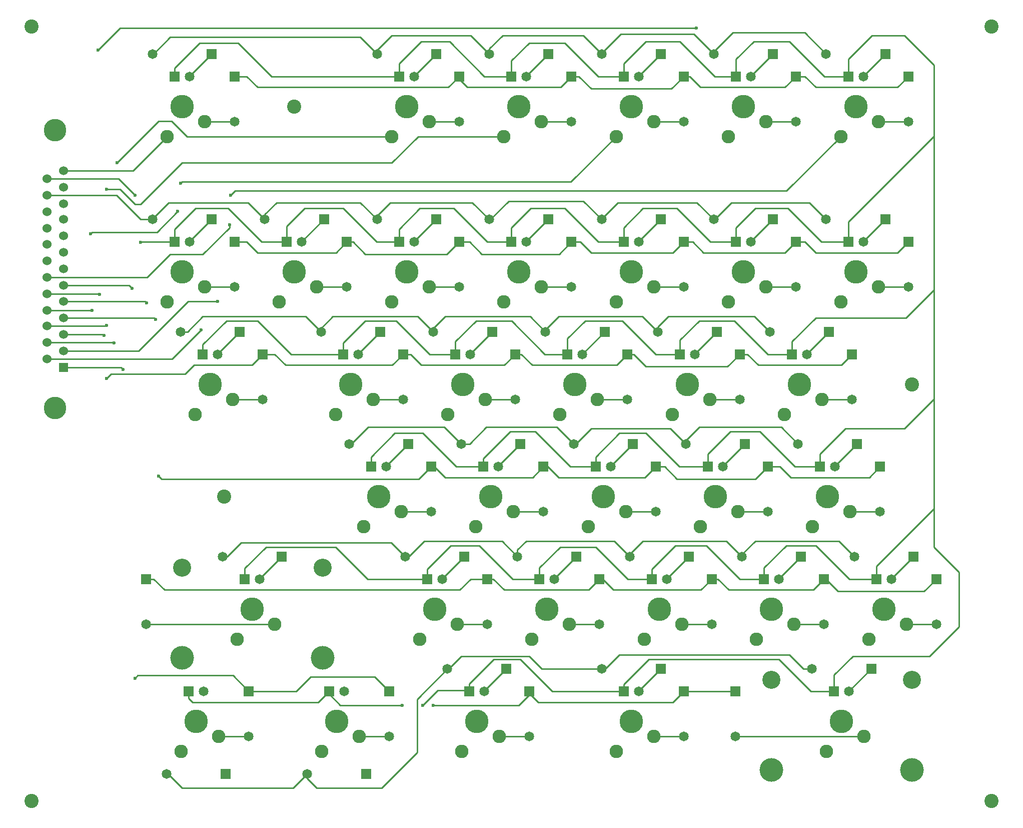
<source format=gbr>
G04 #@! TF.FileFunction,Copper,L1,Top,Signal*
%FSLAX46Y46*%
G04 Gerber Fmt 4.6, Leading zero omitted, Abs format (unit mm)*
G04 Created by KiCad (PCBNEW 4.0.7) date 01/13/18 22:59:49*
%MOMM*%
%LPD*%
G01*
G04 APERTURE LIST*
%ADD10C,0.100000*%
%ADD11C,3.810000*%
%ADD12R,1.524000X1.524000*%
%ADD13C,1.524000*%
%ADD14C,2.286000*%
%ADD15C,3.987800*%
%ADD16C,1.651000*%
%ADD17R,1.651000X1.651000*%
%ADD18C,4.000000*%
%ADD19C,3.050000*%
%ADD20C,2.400000*%
%ADD21C,0.600000*%
%ADD22C,0.250000*%
G04 APERTURE END LIST*
D10*
D11*
X7500000Y-21005000D03*
X7500000Y-67995000D03*
D12*
X8897000Y-61137000D03*
D13*
X8897000Y-58343000D03*
X8897000Y-55549000D03*
X8897000Y-52755000D03*
X8897000Y-49961000D03*
X8897000Y-47294000D03*
X8897000Y-44500000D03*
X8897000Y-41706000D03*
X8897000Y-38912000D03*
X8897000Y-36118000D03*
X8897000Y-33451000D03*
X8897000Y-30657000D03*
X8897000Y-27863000D03*
X6103000Y-59740000D03*
X6103000Y-56946000D03*
X6103000Y-54152000D03*
X6103000Y-51485000D03*
X6103000Y-48691000D03*
X6103000Y-45897000D03*
X6103000Y-43103000D03*
X6103000Y-40309000D03*
X6103000Y-37642000D03*
X6103000Y-34848000D03*
X6103000Y-32054000D03*
X6103000Y-29260000D03*
D14*
X26460000Y-22080000D03*
X32810000Y-19540000D03*
D15*
X29000000Y-17000000D03*
D16*
X37890000Y-19540000D03*
D17*
X37890000Y-11920000D03*
D16*
X30270000Y-11920000D03*
D17*
X27730000Y-11920000D03*
X34000000Y-8110000D03*
D16*
X24000000Y-8110000D03*
D14*
X64460000Y-22080000D03*
X70810000Y-19540000D03*
D15*
X67000000Y-17000000D03*
D16*
X75890000Y-19540000D03*
D17*
X75890000Y-11920000D03*
D16*
X68270000Y-11920000D03*
D17*
X65730000Y-11920000D03*
X72000000Y-8110000D03*
D16*
X62000000Y-8110000D03*
D14*
X83460000Y-22080000D03*
X89810000Y-19540000D03*
D15*
X86000000Y-17000000D03*
D16*
X94890000Y-19540000D03*
D17*
X94890000Y-11920000D03*
D16*
X87270000Y-11920000D03*
D17*
X84730000Y-11920000D03*
X91000000Y-8110000D03*
D16*
X81000000Y-8110000D03*
D14*
X102460000Y-22080000D03*
X108810000Y-19540000D03*
D15*
X105000000Y-17000000D03*
D16*
X113890000Y-19540000D03*
D17*
X113890000Y-11920000D03*
D16*
X106270000Y-11920000D03*
D17*
X103730000Y-11920000D03*
X110000000Y-8110000D03*
D16*
X100000000Y-8110000D03*
D14*
X121460000Y-22080000D03*
X127810000Y-19540000D03*
D15*
X124000000Y-17000000D03*
D16*
X132890000Y-19540000D03*
D17*
X132890000Y-11920000D03*
D16*
X125270000Y-11920000D03*
D17*
X122730000Y-11920000D03*
X129000000Y-8110000D03*
D16*
X119000000Y-8110000D03*
D14*
X140460000Y-22080000D03*
X146810000Y-19540000D03*
D15*
X143000000Y-17000000D03*
D16*
X151890000Y-19540000D03*
D17*
X151890000Y-11920000D03*
D16*
X144270000Y-11920000D03*
D17*
X141730000Y-11920000D03*
X148000000Y-8110000D03*
D16*
X138000000Y-8110000D03*
D14*
X45460000Y-50080000D03*
X51810000Y-47540000D03*
D15*
X48000000Y-45000000D03*
D16*
X56890000Y-47540000D03*
D17*
X56890000Y-39920000D03*
D16*
X49270000Y-39920000D03*
D17*
X46730000Y-39920000D03*
X53000000Y-36110000D03*
D16*
X43000000Y-36110000D03*
D14*
X64460000Y-50080000D03*
X70810000Y-47540000D03*
D15*
X67000000Y-45000000D03*
D16*
X75890000Y-47540000D03*
D17*
X75890000Y-39920000D03*
D16*
X68270000Y-39920000D03*
D17*
X65730000Y-39920000D03*
X72000000Y-36110000D03*
D16*
X62000000Y-36110000D03*
D14*
X83460000Y-50080000D03*
X89810000Y-47540000D03*
D15*
X86000000Y-45000000D03*
D16*
X94890000Y-47540000D03*
D17*
X94890000Y-39920000D03*
D16*
X87270000Y-39920000D03*
D17*
X84730000Y-39920000D03*
X91000000Y-36110000D03*
D16*
X81000000Y-36110000D03*
D14*
X102460000Y-50080000D03*
X108810000Y-47540000D03*
D15*
X105000000Y-45000000D03*
D16*
X113890000Y-47540000D03*
D17*
X113890000Y-39920000D03*
D16*
X106270000Y-39920000D03*
D17*
X103730000Y-39920000D03*
X110000000Y-36110000D03*
D16*
X100000000Y-36110000D03*
D14*
X121460000Y-50080000D03*
X127810000Y-47540000D03*
D15*
X124000000Y-45000000D03*
D16*
X132890000Y-47540000D03*
D17*
X132890000Y-39920000D03*
D16*
X125270000Y-39920000D03*
D17*
X122730000Y-39920000D03*
X129000000Y-36110000D03*
D16*
X119000000Y-36110000D03*
D14*
X140460000Y-50080000D03*
X146810000Y-47540000D03*
D15*
X143000000Y-45000000D03*
D16*
X151890000Y-47540000D03*
D17*
X151890000Y-39920000D03*
D16*
X144270000Y-39920000D03*
D17*
X141730000Y-39920000D03*
X148000000Y-36110000D03*
D16*
X138000000Y-36110000D03*
D14*
X59710000Y-88080000D03*
X66060000Y-85540000D03*
D15*
X62250000Y-83000000D03*
D16*
X71140000Y-85540000D03*
D17*
X71140000Y-77920000D03*
D16*
X63520000Y-77920000D03*
D17*
X60980000Y-77920000D03*
X67250000Y-74110000D03*
D16*
X57250000Y-74110000D03*
D14*
X145210000Y-107080000D03*
X151560000Y-104540000D03*
D15*
X147750000Y-102000000D03*
D16*
X156640000Y-104540000D03*
D17*
X156640000Y-96920000D03*
D16*
X149020000Y-96920000D03*
D17*
X146480000Y-96920000D03*
X152750000Y-93110000D03*
D16*
X142750000Y-93110000D03*
D14*
X107210000Y-107080000D03*
X113560000Y-104540000D03*
D15*
X109750000Y-102000000D03*
D16*
X118640000Y-104540000D03*
D17*
X118640000Y-96920000D03*
D16*
X111020000Y-96920000D03*
D17*
X108480000Y-96920000D03*
X114750000Y-93110000D03*
D16*
X104750000Y-93110000D03*
D14*
X97710000Y-88080000D03*
X104060000Y-85540000D03*
D15*
X100250000Y-83000000D03*
D16*
X109140000Y-85540000D03*
D17*
X109140000Y-77920000D03*
D16*
X101520000Y-77920000D03*
D17*
X98980000Y-77920000D03*
X105250000Y-74110000D03*
D16*
X95250000Y-74110000D03*
D14*
X92960000Y-69080000D03*
X99310000Y-66540000D03*
D15*
X95500000Y-64000000D03*
D16*
X104390000Y-66540000D03*
D17*
X104390000Y-58920000D03*
D16*
X96770000Y-58920000D03*
D17*
X94230000Y-58920000D03*
X100500000Y-55110000D03*
D16*
X90500000Y-55110000D03*
D14*
X116710000Y-88080000D03*
X123060000Y-85540000D03*
D15*
X119250000Y-83000000D03*
D16*
X128140000Y-85540000D03*
D17*
X128140000Y-77920000D03*
D16*
X120520000Y-77920000D03*
D17*
X117980000Y-77920000D03*
X124250000Y-74110000D03*
D16*
X114250000Y-74110000D03*
D14*
X135710000Y-88080000D03*
X142060000Y-85540000D03*
D15*
X138250000Y-83000000D03*
D16*
X147140000Y-85540000D03*
D17*
X147140000Y-77920000D03*
D16*
X139520000Y-77920000D03*
D17*
X136980000Y-77920000D03*
X143250000Y-74110000D03*
D16*
X133250000Y-74110000D03*
D14*
X54960000Y-69080000D03*
X61310000Y-66540000D03*
D15*
X57500000Y-64000000D03*
D16*
X66390000Y-66540000D03*
D17*
X66390000Y-58920000D03*
D16*
X58770000Y-58920000D03*
D17*
X56230000Y-58920000D03*
X62500000Y-55110000D03*
D16*
X52500000Y-55110000D03*
D14*
X111960000Y-69080000D03*
X118310000Y-66540000D03*
D15*
X114500000Y-64000000D03*
D16*
X123390000Y-66540000D03*
D17*
X123390000Y-58920000D03*
D16*
X115770000Y-58920000D03*
D17*
X113230000Y-58920000D03*
X119500000Y-55110000D03*
D16*
X109500000Y-55110000D03*
D14*
X78710000Y-88080000D03*
X85060000Y-85540000D03*
D15*
X81250000Y-83000000D03*
D16*
X90140000Y-85540000D03*
D17*
X90140000Y-77920000D03*
D16*
X82520000Y-77920000D03*
D17*
X79980000Y-77920000D03*
X86250000Y-74110000D03*
D16*
X76250000Y-74110000D03*
D14*
X130960000Y-69080000D03*
X137310000Y-66540000D03*
D15*
X133500000Y-64000000D03*
D16*
X142390000Y-66540000D03*
D17*
X142390000Y-58920000D03*
D16*
X134770000Y-58920000D03*
D17*
X132230000Y-58920000D03*
X138500000Y-55110000D03*
D16*
X128500000Y-55110000D03*
D14*
X126210000Y-107080000D03*
X132560000Y-104540000D03*
D15*
X128750000Y-102000000D03*
D16*
X137640000Y-104540000D03*
D17*
X137640000Y-96920000D03*
D16*
X130020000Y-96920000D03*
D17*
X127480000Y-96920000D03*
X133750000Y-93110000D03*
D16*
X123750000Y-93110000D03*
D14*
X73960000Y-69080000D03*
X80310000Y-66540000D03*
D15*
X76500000Y-64000000D03*
D16*
X85390000Y-66540000D03*
D17*
X85390000Y-58920000D03*
D16*
X77770000Y-58920000D03*
D17*
X75230000Y-58920000D03*
X81500000Y-55110000D03*
D16*
X71500000Y-55110000D03*
D14*
X88210000Y-107080000D03*
X94560000Y-104540000D03*
D15*
X90750000Y-102000000D03*
D16*
X99640000Y-104540000D03*
D17*
X99640000Y-96920000D03*
D16*
X92020000Y-96920000D03*
D17*
X89480000Y-96920000D03*
X95750000Y-93110000D03*
D16*
X85750000Y-93110000D03*
D14*
X69210000Y-107080000D03*
X75560000Y-104540000D03*
D15*
X71750000Y-102000000D03*
D16*
X80640000Y-104540000D03*
D17*
X80640000Y-96920000D03*
D16*
X73020000Y-96920000D03*
D17*
X70480000Y-96920000D03*
X76750000Y-93110000D03*
D16*
X66750000Y-93110000D03*
D14*
X76335000Y-126080000D03*
X82685000Y-123540000D03*
D15*
X78875000Y-121000000D03*
D16*
X87765000Y-123540000D03*
D17*
X87765000Y-115920000D03*
D16*
X80145000Y-115920000D03*
D17*
X77605000Y-115920000D03*
X83875000Y-112110000D03*
D16*
X73875000Y-112110000D03*
D14*
X28835000Y-126080000D03*
X35185000Y-123540000D03*
D15*
X31375000Y-121000000D03*
D16*
X40265000Y-123540000D03*
D17*
X40265000Y-115920000D03*
D16*
X32645000Y-115920000D03*
D17*
X30105000Y-115920000D03*
X36375000Y-129890000D03*
D16*
X26375000Y-129890000D03*
D14*
X102460000Y-126080000D03*
X108810000Y-123540000D03*
D15*
X105000000Y-121000000D03*
D16*
X113890000Y-123540000D03*
D17*
X113890000Y-115920000D03*
D16*
X106270000Y-115920000D03*
D17*
X103730000Y-115920000D03*
X110000000Y-112110000D03*
D16*
X100000000Y-112110000D03*
D14*
X38335000Y-107080000D03*
X44685000Y-104540000D03*
D15*
X40875000Y-102000000D03*
D16*
X22875000Y-104540000D03*
D17*
X22875000Y-96920000D03*
D16*
X42145000Y-96920000D03*
D17*
X39605000Y-96920000D03*
X45875000Y-93110000D03*
D16*
X35875000Y-93110000D03*
D18*
X52775000Y-110240000D03*
D19*
X52775000Y-95000000D03*
D18*
X28975000Y-110240000D03*
D19*
X28975000Y-95000000D03*
D14*
X138085000Y-126080000D03*
X144435000Y-123540000D03*
D15*
X140625000Y-121000000D03*
D16*
X122625000Y-123540000D03*
D17*
X122625000Y-115920000D03*
D16*
X141895000Y-115920000D03*
D17*
X139355000Y-115920000D03*
X145625000Y-112110000D03*
D16*
X135625000Y-112110000D03*
D18*
X152525000Y-129240000D03*
D19*
X152525000Y-114000000D03*
D18*
X128725000Y-129240000D03*
D19*
X128725000Y-114000000D03*
D14*
X52585000Y-126080000D03*
X58935000Y-123540000D03*
D15*
X55125000Y-121000000D03*
D16*
X64015000Y-123540000D03*
D17*
X64015000Y-115920000D03*
D16*
X56395000Y-115920000D03*
D17*
X53855000Y-115920000D03*
X60125000Y-129890000D03*
D16*
X50125000Y-129890000D03*
D14*
X31210000Y-69080000D03*
X37560000Y-66540000D03*
D15*
X33750000Y-64000000D03*
D16*
X42640000Y-66540000D03*
D17*
X42640000Y-58920000D03*
D16*
X35020000Y-58920000D03*
D17*
X32480000Y-58920000D03*
X38750000Y-55110000D03*
D16*
X28750000Y-55110000D03*
D14*
X26460000Y-50080000D03*
X32810000Y-47540000D03*
D15*
X29000000Y-45000000D03*
D16*
X37890000Y-47540000D03*
D17*
X37890000Y-39920000D03*
D16*
X30270000Y-39920000D03*
D17*
X27730000Y-39920000D03*
X34000000Y-36110000D03*
D16*
X24000000Y-36110000D03*
D20*
X3500000Y-3500000D03*
X166000000Y-134500000D03*
X3500000Y-134500000D03*
X166000000Y-3500000D03*
X152500000Y-64000000D03*
X48000000Y-17000000D03*
X36125000Y-83000000D03*
D21*
X19000000Y-61500000D03*
X35000000Y-50000000D03*
X16250000Y-63000000D03*
X15750000Y-55750000D03*
X25000000Y-79500000D03*
X24500000Y-53000000D03*
X23000000Y-50250000D03*
X21000000Y-113750000D03*
X20500000Y-47750000D03*
X71500000Y-118250000D03*
X32250000Y-54750000D03*
X17500000Y-57000000D03*
X18000000Y-26500000D03*
X16250000Y-54000000D03*
X16250000Y-31000000D03*
X28750000Y-30000000D03*
X28250000Y-34750000D03*
X13500000Y-38500000D03*
X13750000Y-51500000D03*
X116000000Y-3750000D03*
X14750000Y-7500000D03*
X15000000Y-48750000D03*
X37250000Y-32000000D03*
X37000000Y-37000000D03*
X22000000Y-40000000D03*
X21000000Y-32000000D03*
X66250000Y-118250000D03*
X69750000Y-118250000D03*
D22*
X8897000Y-61137000D02*
X18637000Y-61137000D01*
X18637000Y-61137000D02*
X19000000Y-61500000D01*
X132890000Y-11920000D02*
X134420000Y-11920000D01*
X150060000Y-13750000D02*
X151890000Y-11920000D01*
X136250000Y-13750000D02*
X150060000Y-13750000D01*
X134420000Y-11920000D02*
X136250000Y-13750000D01*
X113890000Y-11920000D02*
X114920000Y-11920000D01*
X131060000Y-13750000D02*
X132890000Y-11920000D01*
X116750000Y-13750000D02*
X131060000Y-13750000D01*
X114920000Y-11920000D02*
X116750000Y-13750000D01*
X94890000Y-11920000D02*
X96170000Y-11920000D01*
X111810000Y-14000000D02*
X113890000Y-11920000D01*
X98250000Y-14000000D02*
X111810000Y-14000000D01*
X96170000Y-11920000D02*
X98250000Y-14000000D01*
X75890000Y-11920000D02*
X75890000Y-12390000D01*
X75890000Y-12390000D02*
X77250000Y-13750000D01*
X93060000Y-13750000D02*
X94890000Y-11920000D01*
X77250000Y-13750000D02*
X93060000Y-13750000D01*
X37890000Y-11920000D02*
X39920000Y-11920000D01*
X74060000Y-13750000D02*
X75890000Y-11920000D01*
X41750000Y-13750000D02*
X74060000Y-13750000D01*
X39920000Y-11920000D02*
X41750000Y-13750000D01*
X8897000Y-58343000D02*
X21657000Y-58343000D01*
X30000000Y-50000000D02*
X35000000Y-50000000D01*
X21657000Y-58343000D02*
X30000000Y-50000000D01*
X132890000Y-39920000D02*
X134420000Y-39920000D01*
X150060000Y-41750000D02*
X151890000Y-39920000D01*
X136250000Y-41750000D02*
X150060000Y-41750000D01*
X134420000Y-39920000D02*
X136250000Y-41750000D01*
X113890000Y-39920000D02*
X115420000Y-39920000D01*
X131060000Y-41750000D02*
X132890000Y-39920000D01*
X117250000Y-41750000D02*
X131060000Y-41750000D01*
X115420000Y-39920000D02*
X117250000Y-41750000D01*
X94890000Y-39920000D02*
X96420000Y-39920000D01*
X112060000Y-41750000D02*
X113890000Y-39920000D01*
X98250000Y-41750000D02*
X112060000Y-41750000D01*
X96420000Y-39920000D02*
X98250000Y-41750000D01*
X75890000Y-39920000D02*
X77670000Y-39920000D01*
X92810000Y-42000000D02*
X94890000Y-39920000D01*
X79750000Y-42000000D02*
X92810000Y-42000000D01*
X77670000Y-39920000D02*
X79750000Y-42000000D01*
X56890000Y-39920000D02*
X57920000Y-39920000D01*
X73810000Y-42000000D02*
X75890000Y-39920000D01*
X60000000Y-42000000D02*
X73810000Y-42000000D01*
X57920000Y-39920000D02*
X60000000Y-42000000D01*
X37890000Y-39920000D02*
X39920000Y-39920000D01*
X55060000Y-41750000D02*
X56890000Y-39920000D01*
X41750000Y-41750000D02*
X55060000Y-41750000D01*
X39920000Y-39920000D02*
X41750000Y-41750000D01*
X8897000Y-55549000D02*
X15549000Y-55549000D01*
X40810000Y-60750000D02*
X42640000Y-58920000D01*
X31000000Y-60750000D02*
X40810000Y-60750000D01*
X29500000Y-62250000D02*
X31000000Y-60750000D01*
X17000000Y-62250000D02*
X29500000Y-62250000D01*
X16250000Y-63000000D02*
X17000000Y-62250000D01*
X15549000Y-55549000D02*
X15750000Y-55750000D01*
X123390000Y-58920000D02*
X124670000Y-58920000D01*
X140560000Y-60750000D02*
X142390000Y-58920000D01*
X126500000Y-60750000D02*
X140560000Y-60750000D01*
X124670000Y-58920000D02*
X126500000Y-60750000D01*
X104390000Y-58920000D02*
X105420000Y-58920000D01*
X121310000Y-61000000D02*
X123390000Y-58920000D01*
X107500000Y-61000000D02*
X121310000Y-61000000D01*
X105420000Y-58920000D02*
X107500000Y-61000000D01*
X85390000Y-58920000D02*
X86420000Y-58920000D01*
X102560000Y-60750000D02*
X104390000Y-58920000D01*
X88250000Y-60750000D02*
X102560000Y-60750000D01*
X86420000Y-58920000D02*
X88250000Y-60750000D01*
X66390000Y-58920000D02*
X67670000Y-58920000D01*
X83560000Y-60750000D02*
X85390000Y-58920000D01*
X69500000Y-60750000D02*
X83560000Y-60750000D01*
X67670000Y-58920000D02*
X69500000Y-60750000D01*
X42640000Y-58920000D02*
X44670000Y-58920000D01*
X64560000Y-60750000D02*
X66390000Y-58920000D01*
X46500000Y-60750000D02*
X64560000Y-60750000D01*
X44670000Y-58920000D02*
X46500000Y-60750000D01*
X8897000Y-52755000D02*
X24255000Y-52755000D01*
X69060000Y-80000000D02*
X71140000Y-77920000D01*
X25500000Y-80000000D02*
X69060000Y-80000000D01*
X25000000Y-79500000D02*
X25500000Y-80000000D01*
X24255000Y-52755000D02*
X24500000Y-53000000D01*
X128140000Y-77920000D02*
X130170000Y-77920000D01*
X145310000Y-79750000D02*
X147140000Y-77920000D01*
X132000000Y-79750000D02*
X145310000Y-79750000D01*
X130170000Y-77920000D02*
X132000000Y-79750000D01*
X109140000Y-77920000D02*
X110670000Y-77920000D01*
X126060000Y-80000000D02*
X128140000Y-77920000D01*
X112750000Y-80000000D02*
X126060000Y-80000000D01*
X110670000Y-77920000D02*
X112750000Y-80000000D01*
X90140000Y-77920000D02*
X90920000Y-77920000D01*
X90920000Y-77920000D02*
X92750000Y-79750000D01*
X107310000Y-79750000D02*
X109140000Y-77920000D01*
X92750000Y-79750000D02*
X107310000Y-79750000D01*
X71140000Y-77920000D02*
X71670000Y-77920000D01*
X71670000Y-77920000D02*
X73500000Y-79750000D01*
X73500000Y-79750000D02*
X88310000Y-79750000D01*
X88310000Y-79750000D02*
X90140000Y-77920000D01*
X8897000Y-49961000D02*
X22711000Y-49961000D01*
X22711000Y-49961000D02*
X23000000Y-50250000D01*
X22875000Y-96920000D02*
X24170000Y-96920000D01*
X77830000Y-96920000D02*
X80640000Y-96920000D01*
X76000000Y-98750000D02*
X77830000Y-96920000D01*
X26000000Y-98750000D02*
X76000000Y-98750000D01*
X24170000Y-96920000D02*
X26000000Y-98750000D01*
X137640000Y-96920000D02*
X137920000Y-96920000D01*
X137920000Y-96920000D02*
X140000000Y-99000000D01*
X154560000Y-99000000D02*
X156640000Y-96920000D01*
X140000000Y-99000000D02*
X154560000Y-99000000D01*
X118640000Y-96920000D02*
X119670000Y-96920000D01*
X135810000Y-98750000D02*
X137640000Y-96920000D01*
X121500000Y-98750000D02*
X135810000Y-98750000D01*
X119670000Y-96920000D02*
X121500000Y-98750000D01*
X99640000Y-96920000D02*
X100170000Y-96920000D01*
X100170000Y-96920000D02*
X102000000Y-98750000D01*
X116810000Y-98750000D02*
X118640000Y-96920000D01*
X102000000Y-98750000D02*
X116810000Y-98750000D01*
X80640000Y-96920000D02*
X81670000Y-96920000D01*
X97810000Y-98750000D02*
X99640000Y-96920000D01*
X83500000Y-98750000D02*
X97810000Y-98750000D01*
X81670000Y-96920000D02*
X83500000Y-98750000D01*
X8897000Y-47294000D02*
X20044000Y-47294000D01*
X37595000Y-113250000D02*
X40265000Y-115920000D01*
X21500000Y-113250000D02*
X37595000Y-113250000D01*
X21000000Y-113750000D02*
X21500000Y-113250000D01*
X20044000Y-47294000D02*
X20500000Y-47750000D01*
X40265000Y-115920000D02*
X48330000Y-115920000D01*
X61595000Y-113500000D02*
X64015000Y-115920000D01*
X50750000Y-113500000D02*
X61595000Y-113500000D01*
X48330000Y-115920000D02*
X50750000Y-113500000D01*
X87765000Y-115920000D02*
X87765000Y-116485000D01*
X87765000Y-116485000D02*
X86000000Y-118250000D01*
X86000000Y-118250000D02*
X71500000Y-118250000D01*
X113890000Y-115920000D02*
X122625000Y-115920000D01*
X87765000Y-115920000D02*
X87765000Y-116265000D01*
X87765000Y-116265000D02*
X89250000Y-117750000D01*
X89250000Y-117750000D02*
X112060000Y-117750000D01*
X112060000Y-117750000D02*
X113890000Y-115920000D01*
X8897000Y-27863000D02*
X20677000Y-27863000D01*
X20677000Y-27863000D02*
X26460000Y-22080000D01*
X6103000Y-59740000D02*
X27260000Y-59740000D01*
X27260000Y-59740000D02*
X32250000Y-54750000D01*
X64460000Y-22080000D02*
X29830000Y-22080000D01*
X17446000Y-56946000D02*
X6103000Y-56946000D01*
X17500000Y-57000000D02*
X17446000Y-56946000D01*
X25000000Y-19500000D02*
X18000000Y-26500000D01*
X27250000Y-19500000D02*
X25000000Y-19500000D01*
X29830000Y-22080000D02*
X27250000Y-19500000D01*
X83460000Y-22080000D02*
X68920000Y-22080000D01*
X16098000Y-54152000D02*
X6103000Y-54152000D01*
X16250000Y-54000000D02*
X16098000Y-54152000D01*
X18500000Y-31000000D02*
X16250000Y-31000000D01*
X21000000Y-33500000D02*
X18500000Y-31000000D01*
X22000000Y-33500000D02*
X21000000Y-33500000D01*
X29000000Y-26500000D02*
X22000000Y-33500000D01*
X64500000Y-26500000D02*
X29000000Y-26500000D01*
X68920000Y-22080000D02*
X64500000Y-26500000D01*
X6103000Y-51485000D02*
X13735000Y-51485000D01*
X94790000Y-29750000D02*
X102460000Y-22080000D01*
X29000000Y-29750000D02*
X94790000Y-29750000D01*
X28750000Y-30000000D02*
X29000000Y-29750000D01*
X24750000Y-38250000D02*
X28250000Y-34750000D01*
X13750000Y-38250000D02*
X24750000Y-38250000D01*
X13500000Y-38500000D02*
X13750000Y-38250000D01*
X13735000Y-51485000D02*
X13750000Y-51500000D01*
X6103000Y-48691000D02*
X14941000Y-48691000D01*
X18500000Y-3750000D02*
X116000000Y-3750000D01*
X14750000Y-7500000D02*
X18500000Y-3750000D01*
X14941000Y-48691000D02*
X15000000Y-48750000D01*
X6103000Y-45897000D02*
X23103000Y-45897000D01*
X131290000Y-31250000D02*
X140460000Y-22080000D01*
X38000000Y-31250000D02*
X131290000Y-31250000D01*
X37250000Y-32000000D02*
X38000000Y-31250000D01*
X37000000Y-37500000D02*
X37000000Y-37000000D01*
X32500000Y-42000000D02*
X37000000Y-37500000D01*
X27000000Y-42000000D02*
X32500000Y-42000000D01*
X23103000Y-45897000D02*
X27000000Y-42000000D01*
X6103000Y-32054000D02*
X17946000Y-32054000D01*
X22002000Y-36110000D02*
X24000000Y-36110000D01*
X17946000Y-32054000D02*
X22002000Y-36110000D01*
X119000000Y-8110000D02*
X119000000Y-7750000D01*
X119000000Y-7750000D02*
X122250000Y-4500000D01*
X134390000Y-4500000D02*
X138000000Y-8110000D01*
X122250000Y-4500000D02*
X134390000Y-4500000D01*
X100000000Y-8110000D02*
X100000000Y-8000000D01*
X100000000Y-8000000D02*
X103250000Y-4750000D01*
X115640000Y-4750000D02*
X119000000Y-8110000D01*
X103250000Y-4750000D02*
X115640000Y-4750000D01*
X81000000Y-8110000D02*
X81000000Y-7250000D01*
X96890000Y-5000000D02*
X100000000Y-8110000D01*
X83250000Y-5000000D02*
X96890000Y-5000000D01*
X81000000Y-7250000D02*
X83250000Y-5000000D01*
X62000000Y-8110000D02*
X62000000Y-7500000D01*
X62000000Y-7500000D02*
X64500000Y-5000000D01*
X77890000Y-5000000D02*
X81000000Y-8110000D01*
X64500000Y-5000000D02*
X77890000Y-5000000D01*
X24000000Y-8110000D02*
X24140000Y-8110000D01*
X24140000Y-8110000D02*
X27000000Y-5250000D01*
X27000000Y-5250000D02*
X59140000Y-5250000D01*
X59140000Y-5250000D02*
X62000000Y-8110000D01*
X119000000Y-36110000D02*
X119140000Y-36110000D01*
X119140000Y-36110000D02*
X122000000Y-33250000D01*
X122000000Y-33250000D02*
X135140000Y-33250000D01*
X135140000Y-33250000D02*
X138000000Y-36110000D01*
X100000000Y-36110000D02*
X100000000Y-36000000D01*
X100000000Y-36000000D02*
X102750000Y-33250000D01*
X116140000Y-33250000D02*
X119000000Y-36110000D01*
X102750000Y-33250000D02*
X116140000Y-33250000D01*
X81000000Y-36110000D02*
X81140000Y-36110000D01*
X81140000Y-36110000D02*
X84250000Y-33000000D01*
X96890000Y-33000000D02*
X100000000Y-36110000D01*
X84250000Y-33000000D02*
X96890000Y-33000000D01*
X62000000Y-36110000D02*
X62000000Y-35500000D01*
X62000000Y-35500000D02*
X64250000Y-33250000D01*
X78140000Y-33250000D02*
X81000000Y-36110000D01*
X64250000Y-33250000D02*
X78140000Y-33250000D01*
X43000000Y-36110000D02*
X43000000Y-35250000D01*
X59140000Y-33250000D02*
X62000000Y-36110000D01*
X45000000Y-33250000D02*
X59140000Y-33250000D01*
X43000000Y-35250000D02*
X45000000Y-33250000D01*
X24000000Y-36110000D02*
X24000000Y-36000000D01*
X24000000Y-36000000D02*
X26750000Y-33250000D01*
X26750000Y-33250000D02*
X40140000Y-33250000D01*
X40140000Y-33250000D02*
X43000000Y-36110000D01*
X109500000Y-55110000D02*
X109500000Y-54250000D01*
X109500000Y-54250000D02*
X111250000Y-52500000D01*
X111250000Y-52500000D02*
X125890000Y-52500000D01*
X125890000Y-52500000D02*
X128500000Y-55110000D01*
X90500000Y-55110000D02*
X90500000Y-54750000D01*
X90500000Y-54750000D02*
X92750000Y-52500000D01*
X106890000Y-52500000D02*
X109500000Y-55110000D01*
X92750000Y-52500000D02*
X106890000Y-52500000D01*
X71500000Y-55110000D02*
X71500000Y-54500000D01*
X71500000Y-54500000D02*
X73500000Y-52500000D01*
X87890000Y-52500000D02*
X90500000Y-55110000D01*
X73500000Y-52500000D02*
X87890000Y-52500000D01*
X52500000Y-55110000D02*
X52500000Y-54500000D01*
X52500000Y-54500000D02*
X54500000Y-52500000D01*
X68890000Y-52500000D02*
X71500000Y-55110000D01*
X54500000Y-52500000D02*
X68890000Y-52500000D01*
X28750000Y-55110000D02*
X29890000Y-55110000D01*
X49890000Y-52500000D02*
X52500000Y-55110000D01*
X32500000Y-52500000D02*
X49890000Y-52500000D01*
X29890000Y-55110000D02*
X32500000Y-52500000D01*
X114250000Y-74110000D02*
X114250000Y-73500000D01*
X114250000Y-73500000D02*
X116500000Y-71250000D01*
X130390000Y-71250000D02*
X133250000Y-74110000D01*
X116500000Y-71250000D02*
X130390000Y-71250000D01*
X95250000Y-74110000D02*
X95640000Y-74110000D01*
X95640000Y-74110000D02*
X98250000Y-71500000D01*
X111640000Y-71500000D02*
X114250000Y-74110000D01*
X98250000Y-71500000D02*
X111640000Y-71500000D01*
X76250000Y-74110000D02*
X77640000Y-74110000D01*
X92390000Y-71250000D02*
X95250000Y-74110000D01*
X80500000Y-71250000D02*
X92390000Y-71250000D01*
X77640000Y-74110000D02*
X80500000Y-71250000D01*
X57250000Y-74110000D02*
X57640000Y-74110000D01*
X57640000Y-74110000D02*
X60500000Y-71250000D01*
X60500000Y-71250000D02*
X73390000Y-71250000D01*
X73390000Y-71250000D02*
X76250000Y-74110000D01*
X123750000Y-93110000D02*
X123750000Y-92750000D01*
X123750000Y-92750000D02*
X126000000Y-90500000D01*
X126000000Y-90500000D02*
X140140000Y-90500000D01*
X140140000Y-90500000D02*
X142750000Y-93110000D01*
X104750000Y-93110000D02*
X104750000Y-92750000D01*
X104750000Y-92750000D02*
X107000000Y-90500000D01*
X121140000Y-90500000D02*
X123750000Y-93110000D01*
X107000000Y-90500000D02*
X121140000Y-90500000D01*
X85750000Y-93110000D02*
X85750000Y-92000000D01*
X102140000Y-90500000D02*
X104750000Y-93110000D01*
X87250000Y-90500000D02*
X102140000Y-90500000D01*
X85750000Y-92000000D02*
X87250000Y-90500000D01*
X66750000Y-93110000D02*
X67390000Y-93110000D01*
X67390000Y-93110000D02*
X70000000Y-90500000D01*
X83140000Y-90500000D02*
X85750000Y-93110000D01*
X70000000Y-90500000D02*
X83140000Y-90500000D01*
X35875000Y-93110000D02*
X36640000Y-93110000D01*
X36640000Y-93110000D02*
X39000000Y-90750000D01*
X39000000Y-90750000D02*
X64390000Y-90750000D01*
X64390000Y-90750000D02*
X66750000Y-93110000D01*
X100000000Y-112110000D02*
X100640000Y-112110000D01*
X100640000Y-112110000D02*
X103000000Y-109750000D01*
X103000000Y-109750000D02*
X131750000Y-109750000D01*
X131750000Y-109750000D02*
X134110000Y-112110000D01*
X134110000Y-112110000D02*
X135625000Y-112110000D01*
X73875000Y-112110000D02*
X74140000Y-112110000D01*
X74140000Y-112110000D02*
X76250000Y-110000000D01*
X89860000Y-112110000D02*
X100000000Y-112110000D01*
X87750000Y-110000000D02*
X89860000Y-112110000D01*
X76250000Y-110000000D02*
X87750000Y-110000000D01*
X50125000Y-129890000D02*
X50125000Y-130625000D01*
X50125000Y-130625000D02*
X51750000Y-132250000D01*
X68750000Y-117235000D02*
X73875000Y-112110000D01*
X68750000Y-126250000D02*
X68750000Y-117235000D01*
X62750000Y-132250000D02*
X68750000Y-126250000D01*
X51750000Y-132250000D02*
X62750000Y-132250000D01*
X26375000Y-129890000D02*
X26640000Y-129890000D01*
X26640000Y-129890000D02*
X29000000Y-132250000D01*
X29000000Y-132250000D02*
X47765000Y-132250000D01*
X47765000Y-132250000D02*
X50125000Y-129890000D01*
X6103000Y-29260000D02*
X18260000Y-29260000D01*
X22080000Y-39920000D02*
X27730000Y-39920000D01*
X22000000Y-40000000D02*
X22080000Y-39920000D01*
X18260000Y-29260000D02*
X21000000Y-32000000D01*
X30105000Y-115920000D02*
X30105000Y-117105000D01*
X52025000Y-117750000D02*
X53855000Y-115920000D01*
X30750000Y-117750000D02*
X52025000Y-117750000D01*
X30105000Y-117105000D02*
X30750000Y-117750000D01*
X156250000Y-84750000D02*
X156250000Y-91500000D01*
X139355000Y-113145000D02*
X139355000Y-115920000D01*
X142500000Y-110000000D02*
X139355000Y-113145000D01*
X155500000Y-110000000D02*
X142500000Y-110000000D01*
X160500000Y-105000000D02*
X155500000Y-110000000D01*
X160500000Y-95750000D02*
X160500000Y-105000000D01*
X156250000Y-91500000D02*
X160500000Y-95750000D01*
X156250000Y-66000000D02*
X156250000Y-84750000D01*
X156250000Y-84750000D02*
X156250000Y-85000000D01*
X146480000Y-94770000D02*
X146480000Y-96920000D01*
X156250000Y-85000000D02*
X146480000Y-94770000D01*
X156250000Y-47750000D02*
X156250000Y-66000000D01*
X156250000Y-66000000D02*
X156250000Y-66500000D01*
X136980000Y-75770000D02*
X136980000Y-77920000D01*
X141250000Y-71500000D02*
X136980000Y-75770000D01*
X151250000Y-71500000D02*
X141250000Y-71500000D01*
X156250000Y-66500000D02*
X151250000Y-71500000D01*
X156250000Y-22000000D02*
X156250000Y-47750000D01*
X156250000Y-47750000D02*
X156250000Y-48000000D01*
X132230000Y-56770000D02*
X132230000Y-58920000D01*
X136250000Y-52750000D02*
X132230000Y-56770000D01*
X151500000Y-52750000D02*
X136250000Y-52750000D01*
X156250000Y-48000000D02*
X151500000Y-52750000D01*
X141730000Y-11920000D02*
X141730000Y-9020000D01*
X141730000Y-36520000D02*
X141730000Y-39920000D01*
X156250000Y-22000000D02*
X141730000Y-36520000D01*
X156250000Y-10000000D02*
X156250000Y-22000000D01*
X151250000Y-5000000D02*
X156250000Y-10000000D01*
X145750000Y-5000000D02*
X151250000Y-5000000D01*
X141730000Y-9020000D02*
X145750000Y-5000000D01*
X53855000Y-115920000D02*
X53855000Y-116355000D01*
X53855000Y-116355000D02*
X55750000Y-118250000D01*
X55750000Y-118250000D02*
X66250000Y-118250000D01*
X69750000Y-118250000D02*
X72250000Y-115750000D01*
X72250000Y-115750000D02*
X77435000Y-115750000D01*
X77435000Y-115750000D02*
X77605000Y-115920000D01*
X77605000Y-115920000D02*
X77605000Y-114645000D01*
X91670000Y-115920000D02*
X103730000Y-115920000D01*
X86250000Y-110500000D02*
X91670000Y-115920000D01*
X81750000Y-110500000D02*
X86250000Y-110500000D01*
X77605000Y-114645000D02*
X81750000Y-110500000D01*
X103730000Y-115920000D02*
X103730000Y-114770000D01*
X103730000Y-114770000D02*
X108000000Y-110500000D01*
X108000000Y-110500000D02*
X130000000Y-110500000D01*
X130000000Y-110500000D02*
X135420000Y-115920000D01*
X135420000Y-115920000D02*
X139355000Y-115920000D01*
X127480000Y-96920000D02*
X127480000Y-95020000D01*
X127480000Y-95020000D02*
X131250000Y-91250000D01*
X131250000Y-91250000D02*
X136250000Y-91250000D01*
X136250000Y-91250000D02*
X141920000Y-96920000D01*
X141920000Y-96920000D02*
X146480000Y-96920000D01*
X108480000Y-96920000D02*
X108480000Y-95270000D01*
X123420000Y-96920000D02*
X127480000Y-96920000D01*
X117750000Y-91250000D02*
X123420000Y-96920000D01*
X112500000Y-91250000D02*
X117750000Y-91250000D01*
X108480000Y-95270000D02*
X112500000Y-91250000D01*
X89480000Y-96920000D02*
X89480000Y-95020000D01*
X104420000Y-96920000D02*
X108480000Y-96920000D01*
X99000000Y-91500000D02*
X104420000Y-96920000D01*
X93000000Y-91500000D02*
X99000000Y-91500000D01*
X89480000Y-95020000D02*
X93000000Y-91500000D01*
X70480000Y-96920000D02*
X70480000Y-95270000D01*
X84920000Y-96920000D02*
X89480000Y-96920000D01*
X79250000Y-91250000D02*
X84920000Y-96920000D01*
X74500000Y-91250000D02*
X79250000Y-91250000D01*
X70480000Y-95270000D02*
X74500000Y-91250000D01*
X39605000Y-96920000D02*
X39605000Y-95095002D01*
X60420000Y-96920000D02*
X70480000Y-96920000D01*
X55000000Y-91500000D02*
X60420000Y-96920000D01*
X43200002Y-91500000D02*
X55000000Y-91500000D01*
X39605000Y-95095002D02*
X43200002Y-91500000D01*
X117980000Y-77920000D02*
X117980000Y-75770000D01*
X117980000Y-75770000D02*
X121750000Y-72000000D01*
X121750000Y-72000000D02*
X126750000Y-72000000D01*
X126750000Y-72000000D02*
X132670000Y-77920000D01*
X132670000Y-77920000D02*
X136980000Y-77920000D01*
X98980000Y-77920000D02*
X98980000Y-76270000D01*
X113170000Y-77920000D02*
X117980000Y-77920000D01*
X107500000Y-72250000D02*
X113170000Y-77920000D01*
X103000000Y-72250000D02*
X107500000Y-72250000D01*
X98980000Y-76270000D02*
X103000000Y-72250000D01*
X79980000Y-77920000D02*
X79980000Y-76520000D01*
X94670000Y-77920000D02*
X98980000Y-77920000D01*
X88750000Y-72000000D02*
X94670000Y-77920000D01*
X84500000Y-72000000D02*
X88750000Y-72000000D01*
X79980000Y-76520000D02*
X84500000Y-72000000D01*
X60980000Y-77920000D02*
X60980000Y-76270000D01*
X75420000Y-77920000D02*
X79980000Y-77920000D01*
X69750000Y-72250000D02*
X75420000Y-77920000D01*
X65000000Y-72250000D02*
X69750000Y-72250000D01*
X60980000Y-76270000D02*
X65000000Y-72250000D01*
X113230000Y-58920000D02*
X113230000Y-56520000D01*
X113230000Y-56520000D02*
X116500000Y-53250000D01*
X116500000Y-53250000D02*
X122500000Y-53250000D01*
X122500000Y-53250000D02*
X128170000Y-58920000D01*
X128170000Y-58920000D02*
X132230000Y-58920000D01*
X94230000Y-58920000D02*
X94230000Y-56270000D01*
X109170000Y-58920000D02*
X113230000Y-58920000D01*
X103500000Y-53250000D02*
X109170000Y-58920000D01*
X97250000Y-53250000D02*
X103500000Y-53250000D01*
X94230000Y-56270000D02*
X97250000Y-53250000D01*
X75230000Y-58920000D02*
X75230000Y-56770000D01*
X90420000Y-58920000D02*
X94230000Y-58920000D01*
X84750000Y-53250000D02*
X90420000Y-58920000D01*
X78750000Y-53250000D02*
X84750000Y-53250000D01*
X75230000Y-56770000D02*
X78750000Y-53250000D01*
X56230000Y-58920000D02*
X56230000Y-57020000D01*
X70920000Y-58920000D02*
X75230000Y-58920000D01*
X65250000Y-53250000D02*
X70920000Y-58920000D01*
X60000000Y-53250000D02*
X65250000Y-53250000D01*
X56230000Y-57020000D02*
X60000000Y-53250000D01*
X32480000Y-58920000D02*
X32480000Y-57270000D01*
X47420000Y-58920000D02*
X56230000Y-58920000D01*
X41750000Y-53250000D02*
X47420000Y-58920000D01*
X36500000Y-53250000D02*
X41750000Y-53250000D01*
X32480000Y-57270000D02*
X36500000Y-53250000D01*
X122730000Y-39920000D02*
X122730000Y-37520000D01*
X122730000Y-37520000D02*
X126000000Y-34250000D01*
X126000000Y-34250000D02*
X131500000Y-34250000D01*
X131500000Y-34250000D02*
X137170000Y-39920000D01*
X137170000Y-39920000D02*
X141730000Y-39920000D01*
X103730000Y-39920000D02*
X103730000Y-37520000D01*
X118420000Y-39920000D02*
X122730000Y-39920000D01*
X112750000Y-34250000D02*
X118420000Y-39920000D01*
X107000000Y-34250000D02*
X112750000Y-34250000D01*
X103730000Y-37520000D02*
X107000000Y-34250000D01*
X84730000Y-39920000D02*
X84730000Y-37520000D01*
X99420000Y-39920000D02*
X103730000Y-39920000D01*
X93750000Y-34250000D02*
X99420000Y-39920000D01*
X88000000Y-34250000D02*
X93750000Y-34250000D01*
X84730000Y-37520000D02*
X88000000Y-34250000D01*
X65730000Y-39920000D02*
X65730000Y-37770000D01*
X80670000Y-39920000D02*
X84730000Y-39920000D01*
X75000000Y-34250000D02*
X80670000Y-39920000D01*
X69250000Y-34250000D02*
X75000000Y-34250000D01*
X65730000Y-37770000D02*
X69250000Y-34250000D01*
X46730000Y-39920000D02*
X46730000Y-37270000D01*
X61920000Y-39920000D02*
X65730000Y-39920000D01*
X56250000Y-34250000D02*
X61920000Y-39920000D01*
X49750000Y-34250000D02*
X56250000Y-34250000D01*
X46730000Y-37270000D02*
X49750000Y-34250000D01*
X27730000Y-39920000D02*
X27730000Y-37770000D01*
X42420000Y-39920000D02*
X46730000Y-39920000D01*
X36750000Y-34250000D02*
X42420000Y-39920000D01*
X31250000Y-34250000D02*
X36750000Y-34250000D01*
X27730000Y-37770000D02*
X31250000Y-34250000D01*
X122730000Y-11920000D02*
X122730000Y-9020000D01*
X137670000Y-11920000D02*
X141730000Y-11920000D01*
X131750000Y-6000000D02*
X137670000Y-11920000D01*
X125750000Y-6000000D02*
X131750000Y-6000000D01*
X122730000Y-9020000D02*
X125750000Y-6000000D01*
X103730000Y-11920000D02*
X103730000Y-9770000D01*
X119170000Y-11920000D02*
X122730000Y-11920000D01*
X113250000Y-6000000D02*
X119170000Y-11920000D01*
X107500000Y-6000000D02*
X113250000Y-6000000D01*
X103730000Y-9770000D02*
X107500000Y-6000000D01*
X84730000Y-11920000D02*
X84730000Y-9270000D01*
X99420000Y-11920000D02*
X103730000Y-11920000D01*
X93750000Y-6250000D02*
X99420000Y-11920000D01*
X87750000Y-6250000D02*
X93750000Y-6250000D01*
X84730000Y-9270000D02*
X87750000Y-6250000D01*
X65730000Y-11920000D02*
X65730000Y-9770000D01*
X80170000Y-11920000D02*
X84730000Y-11920000D01*
X74250000Y-6000000D02*
X80170000Y-11920000D01*
X69500000Y-6000000D02*
X74250000Y-6000000D01*
X65730000Y-9770000D02*
X69500000Y-6000000D01*
X27730000Y-11920000D02*
X27730000Y-10520000D01*
X44170000Y-11920000D02*
X65730000Y-11920000D01*
X38500000Y-6250000D02*
X44170000Y-11920000D01*
X32000000Y-6250000D02*
X38500000Y-6250000D01*
X27730000Y-10520000D02*
X32000000Y-6250000D01*
X32810000Y-19540000D02*
X37890000Y-19540000D01*
X30270000Y-11920000D02*
X30270000Y-11840000D01*
X30270000Y-11840000D02*
X34000000Y-8110000D01*
X70810000Y-19540000D02*
X75890000Y-19540000D01*
X68270000Y-11920000D02*
X68270000Y-11840000D01*
X68270000Y-11840000D02*
X72000000Y-8110000D01*
X89810000Y-19540000D02*
X94890000Y-19540000D01*
X87270000Y-11920000D02*
X87270000Y-11840000D01*
X87270000Y-11840000D02*
X91000000Y-8110000D01*
X108810000Y-19540000D02*
X113890000Y-19540000D01*
X106270000Y-11920000D02*
X106270000Y-11840000D01*
X106270000Y-11840000D02*
X110000000Y-8110000D01*
X127810000Y-19540000D02*
X132890000Y-19540000D01*
X125270000Y-11920000D02*
X125270000Y-11840000D01*
X125270000Y-11840000D02*
X129000000Y-8110000D01*
X146810000Y-19540000D02*
X151890000Y-19540000D01*
X144270000Y-11920000D02*
X144270000Y-11840000D01*
X144270000Y-11840000D02*
X148000000Y-8110000D01*
X51810000Y-47540000D02*
X56890000Y-47540000D01*
X49270000Y-39920000D02*
X49270000Y-39840000D01*
X49270000Y-39840000D02*
X53000000Y-36110000D01*
X70810000Y-47540000D02*
X75890000Y-47540000D01*
X68270000Y-39920000D02*
X68270000Y-39840000D01*
X68270000Y-39840000D02*
X72000000Y-36110000D01*
X89810000Y-47540000D02*
X94890000Y-47540000D01*
X87270000Y-39920000D02*
X87270000Y-39840000D01*
X87270000Y-39840000D02*
X91000000Y-36110000D01*
X108810000Y-47540000D02*
X113890000Y-47540000D01*
X106270000Y-39920000D02*
X106270000Y-39840000D01*
X106270000Y-39840000D02*
X110000000Y-36110000D01*
X127810000Y-47540000D02*
X132890000Y-47540000D01*
X125270000Y-39920000D02*
X125270000Y-39840000D01*
X125270000Y-39840000D02*
X129000000Y-36110000D01*
X146810000Y-47540000D02*
X151890000Y-47540000D01*
X144270000Y-39920000D02*
X144270000Y-39840000D01*
X144270000Y-39840000D02*
X148000000Y-36110000D01*
X66060000Y-85540000D02*
X71140000Y-85540000D01*
X63520000Y-77920000D02*
X63520000Y-77840000D01*
X63520000Y-77840000D02*
X67250000Y-74110000D01*
X151560000Y-104540000D02*
X156640000Y-104540000D01*
X149020000Y-96920000D02*
X149020000Y-96840000D01*
X149020000Y-96840000D02*
X152750000Y-93110000D01*
X113560000Y-104540000D02*
X118640000Y-104540000D01*
X111020000Y-96920000D02*
X111020000Y-96840000D01*
X111020000Y-96840000D02*
X114750000Y-93110000D01*
X104060000Y-85540000D02*
X109140000Y-85540000D01*
X101520000Y-77920000D02*
X101520000Y-77840000D01*
X101520000Y-77840000D02*
X105250000Y-74110000D01*
X99310000Y-66540000D02*
X104390000Y-66540000D01*
X96770000Y-58920000D02*
X96770000Y-58840000D01*
X96770000Y-58840000D02*
X100500000Y-55110000D01*
X123060000Y-85540000D02*
X128140000Y-85540000D01*
X120520000Y-77920000D02*
X120520000Y-77840000D01*
X120520000Y-77840000D02*
X124250000Y-74110000D01*
X142060000Y-85540000D02*
X147140000Y-85540000D01*
X139520000Y-77920000D02*
X139520000Y-77840000D01*
X139520000Y-77840000D02*
X143250000Y-74110000D01*
X61310000Y-66540000D02*
X66390000Y-66540000D01*
X58770000Y-58920000D02*
X58770000Y-58840000D01*
X58770000Y-58840000D02*
X62500000Y-55110000D01*
X118310000Y-66540000D02*
X123390000Y-66540000D01*
X115770000Y-58920000D02*
X115770000Y-58840000D01*
X115770000Y-58840000D02*
X119500000Y-55110000D01*
X85060000Y-85540000D02*
X90140000Y-85540000D01*
X82520000Y-77920000D02*
X82520000Y-77840000D01*
X82520000Y-77840000D02*
X86250000Y-74110000D01*
X137310000Y-66540000D02*
X142390000Y-66540000D01*
X134770000Y-58920000D02*
X134770000Y-58840000D01*
X134770000Y-58840000D02*
X138500000Y-55110000D01*
X132560000Y-104540000D02*
X137640000Y-104540000D01*
X130020000Y-96920000D02*
X130020000Y-96840000D01*
X130020000Y-96840000D02*
X133750000Y-93110000D01*
X80310000Y-66540000D02*
X85390000Y-66540000D01*
X77770000Y-58920000D02*
X77770000Y-58840000D01*
X77770000Y-58840000D02*
X81500000Y-55110000D01*
X94560000Y-104540000D02*
X99640000Y-104540000D01*
X92020000Y-96920000D02*
X92020000Y-96840000D01*
X92020000Y-96840000D02*
X95750000Y-93110000D01*
X75560000Y-104540000D02*
X80640000Y-104540000D01*
X73020000Y-96920000D02*
X73020000Y-96840000D01*
X73020000Y-96840000D02*
X76750000Y-93110000D01*
X82685000Y-123540000D02*
X87765000Y-123540000D01*
X80145000Y-115920000D02*
X80145000Y-115840000D01*
X80145000Y-115840000D02*
X83875000Y-112110000D01*
X35185000Y-123540000D02*
X40265000Y-123540000D01*
X108810000Y-123540000D02*
X113890000Y-123540000D01*
X106270000Y-115920000D02*
X106270000Y-115840000D01*
X106270000Y-115840000D02*
X110000000Y-112110000D01*
X44685000Y-104540000D02*
X22875000Y-104540000D01*
X42145000Y-96920000D02*
X42145000Y-96840000D01*
X42145000Y-96840000D02*
X45875000Y-93110000D01*
X144435000Y-123540000D02*
X122625000Y-123540000D01*
X141895000Y-115920000D02*
X141895000Y-115840000D01*
X141895000Y-115840000D02*
X145625000Y-112110000D01*
X58935000Y-123540000D02*
X64015000Y-123540000D01*
X37560000Y-66540000D02*
X42640000Y-66540000D01*
X35020000Y-58920000D02*
X35020000Y-58840000D01*
X35020000Y-58840000D02*
X38750000Y-55110000D01*
X32810000Y-47540000D02*
X37890000Y-47540000D01*
X30270000Y-39920000D02*
X30270000Y-39840000D01*
X30270000Y-39840000D02*
X34000000Y-36110000D01*
M02*

</source>
